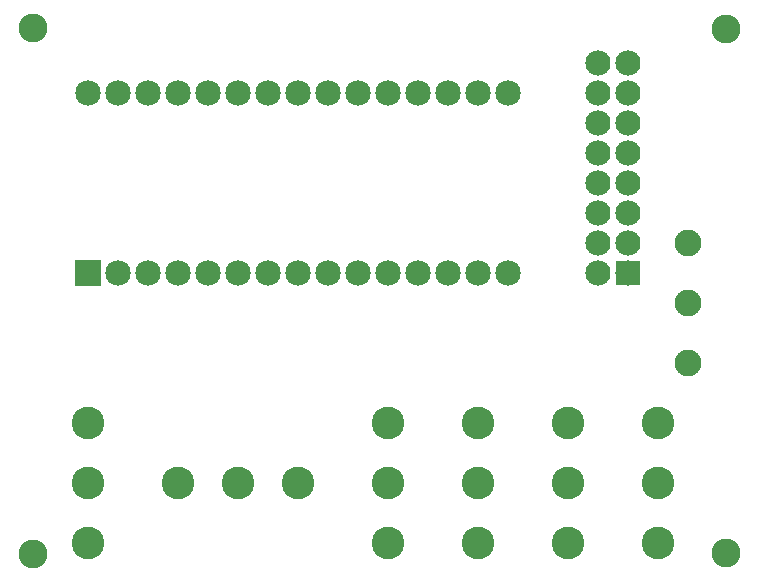
<source format=gts>
G04 MADE WITH FRITZING*
G04 WWW.FRITZING.ORG*
G04 DOUBLE SIDED*
G04 HOLES PLATED*
G04 CONTOUR ON CENTER OF CONTOUR VECTOR*
%ASAXBY*%
%FSLAX23Y23*%
%MOIN*%
%OFA0B0*%
%SFA1.0B1.0*%
%ADD10C,0.085000*%
%ADD11C,0.096614*%
%ADD12C,0.109055*%
%ADD13C,0.089370*%
%ADD14C,0.084000*%
%ADD15R,0.085000X0.085000*%
%ADD16R,0.084000X0.084000*%
%LNMASK1*%
G90*
G70*
G54D10*
X276Y1062D03*
X276Y1662D03*
X376Y1062D03*
X376Y1662D03*
X476Y1062D03*
X476Y1662D03*
X576Y1062D03*
X576Y1662D03*
X676Y1062D03*
X676Y1662D03*
X776Y1062D03*
X776Y1662D03*
X876Y1062D03*
X876Y1662D03*
X976Y1062D03*
X976Y1662D03*
X1076Y1062D03*
X1076Y1662D03*
X1176Y1062D03*
X1176Y1662D03*
X1276Y1062D03*
X1276Y1662D03*
X1376Y1062D03*
X1376Y1662D03*
X1476Y1062D03*
X1476Y1662D03*
X1576Y1062D03*
X1576Y1662D03*
X1676Y1062D03*
X1676Y1662D03*
G54D11*
X2402Y127D03*
X92Y126D03*
X2403Y1875D03*
X93Y1877D03*
G54D12*
X276Y562D03*
X276Y362D03*
X276Y162D03*
X976Y362D03*
X776Y362D03*
X576Y362D03*
X1276Y562D03*
X1276Y362D03*
X1276Y162D03*
X1576Y562D03*
X1576Y362D03*
X1576Y162D03*
X1876Y562D03*
X1876Y362D03*
X1876Y162D03*
X2176Y562D03*
X2176Y362D03*
X2176Y162D03*
G54D13*
X2276Y1162D03*
X2276Y962D03*
X2276Y762D03*
G54D14*
X1976Y1062D03*
X1976Y1162D03*
X1976Y1262D03*
X1976Y1362D03*
X1976Y1462D03*
X1976Y1562D03*
X1976Y1662D03*
X1976Y1762D03*
X2076Y1062D03*
X2076Y1162D03*
X2076Y1262D03*
X2076Y1362D03*
X2076Y1462D03*
X2076Y1562D03*
X2076Y1662D03*
X2076Y1762D03*
G54D15*
X276Y1062D03*
G54D16*
X2076Y1062D03*
G04 End of Mask1*
M02*
</source>
